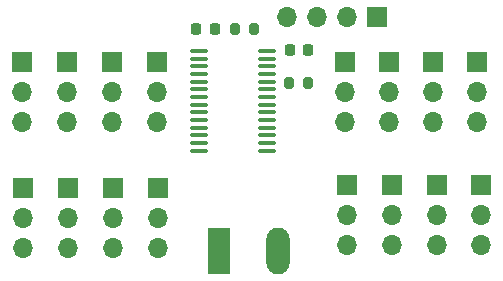
<source format=gbr>
%TF.GenerationSoftware,KiCad,Pcbnew,7.99.0-957-g18dd623122*%
%TF.CreationDate,2023-08-18T16:19:00-04:00*%
%TF.ProjectId,pca9685,70636139-3638-4352-9e6b-696361645f70,V1.0*%
%TF.SameCoordinates,Original*%
%TF.FileFunction,Soldermask,Top*%
%TF.FilePolarity,Negative*%
%FSLAX46Y46*%
G04 Gerber Fmt 4.6, Leading zero omitted, Abs format (unit mm)*
G04 Created by KiCad (PCBNEW 7.99.0-957-g18dd623122) date 2023-08-18 16:19:00*
%MOMM*%
%LPD*%
G01*
G04 APERTURE LIST*
G04 Aperture macros list*
%AMRoundRect*
0 Rectangle with rounded corners*
0 $1 Rounding radius*
0 $2 $3 $4 $5 $6 $7 $8 $9 X,Y pos of 4 corners*
0 Add a 4 corners polygon primitive as box body*
4,1,4,$2,$3,$4,$5,$6,$7,$8,$9,$2,$3,0*
0 Add four circle primitives for the rounded corners*
1,1,$1+$1,$2,$3*
1,1,$1+$1,$4,$5*
1,1,$1+$1,$6,$7*
1,1,$1+$1,$8,$9*
0 Add four rect primitives between the rounded corners*
20,1,$1+$1,$2,$3,$4,$5,0*
20,1,$1+$1,$4,$5,$6,$7,0*
20,1,$1+$1,$6,$7,$8,$9,0*
20,1,$1+$1,$8,$9,$2,$3,0*%
G04 Aperture macros list end*
%ADD10R,1.700000X1.700000*%
%ADD11O,1.700000X1.700000*%
%ADD12RoundRect,0.225000X0.225000X0.250000X-0.225000X0.250000X-0.225000X-0.250000X0.225000X-0.250000X0*%
%ADD13R,1.980000X3.960000*%
%ADD14O,1.980000X3.960000*%
%ADD15RoundRect,0.200000X0.200000X0.275000X-0.200000X0.275000X-0.200000X-0.275000X0.200000X-0.275000X0*%
%ADD16RoundRect,0.100000X-0.637500X-0.100000X0.637500X-0.100000X0.637500X0.100000X-0.637500X0.100000X0*%
%ADD17RoundRect,0.200000X-0.200000X-0.275000X0.200000X-0.275000X0.200000X0.275000X-0.200000X0.275000X0*%
%ADD18RoundRect,0.218750X-0.218750X-0.256250X0.218750X-0.256250X0.218750X0.256250X-0.218750X0.256250X0*%
G04 APERTURE END LIST*
D10*
%TO.C,J9*%
X148352934Y-105156000D03*
D11*
X148352934Y-107696000D03*
X148352934Y-110236000D03*
%TD*%
D10*
%TO.C,J8*%
X132317066Y-105410000D03*
D11*
X132317066Y-107950000D03*
X132317066Y-110490000D03*
%TD*%
D10*
%TO.C,J10*%
X152146000Y-105156000D03*
D11*
X152146000Y-107696000D03*
X152146000Y-110236000D03*
%TD*%
D12*
%TO.C,C1*%
X145047000Y-93726000D03*
X143497000Y-93726000D03*
%TD*%
D10*
%TO.C,J13*%
X159371058Y-94742000D03*
D11*
X159371058Y-97282000D03*
X159371058Y-99822000D03*
%TD*%
D10*
%TO.C,J16*%
X148152472Y-94742000D03*
D11*
X148152472Y-97282000D03*
X148152472Y-99822000D03*
%TD*%
D10*
%TO.C,J5*%
X120937868Y-105410000D03*
D11*
X120937868Y-107950000D03*
X120937868Y-110490000D03*
%TD*%
D10*
%TO.C,J1*%
X132296777Y-94757000D03*
D11*
X132296777Y-97297000D03*
X132296777Y-99837000D03*
%TD*%
D10*
%TO.C,J12*%
X159732132Y-105156000D03*
D11*
X159732132Y-107696000D03*
X159732132Y-110236000D03*
%TD*%
D13*
%TO.C,J18*%
X137494000Y-110744000D03*
D14*
X142494000Y-110744000D03*
%TD*%
D15*
%TO.C,R2*%
X140525000Y-91948000D03*
X138875000Y-91948000D03*
%TD*%
D16*
%TO.C,U1*%
X135821500Y-93819000D03*
X135821500Y-94469000D03*
X135821500Y-95119000D03*
X135821500Y-95769000D03*
X135821500Y-96419000D03*
X135821500Y-97069000D03*
X135821500Y-97719000D03*
X135821500Y-98369000D03*
X135821500Y-99019000D03*
X135821500Y-99669000D03*
X135821500Y-100319000D03*
X135821500Y-100969000D03*
X135821500Y-101619000D03*
X135821500Y-102269000D03*
X141546500Y-102269000D03*
X141546500Y-101619000D03*
X141546500Y-100969000D03*
X141546500Y-100319000D03*
X141546500Y-99669000D03*
X141546500Y-99019000D03*
X141546500Y-98369000D03*
X141546500Y-97719000D03*
X141546500Y-97069000D03*
X141546500Y-96419000D03*
X141546500Y-95769000D03*
X141546500Y-95119000D03*
X141546500Y-94469000D03*
X141546500Y-93819000D03*
%TD*%
D10*
%TO.C,J17*%
X150875999Y-90932000D03*
D11*
X148335999Y-90932000D03*
X145796000Y-90932000D03*
X143255999Y-90932000D03*
%TD*%
D10*
%TO.C,J14*%
X155631528Y-94742000D03*
D11*
X155631528Y-97282000D03*
X155631528Y-99822000D03*
%TD*%
D17*
%TO.C,R1*%
X143447000Y-96520000D03*
X145097000Y-96520000D03*
%TD*%
D10*
%TO.C,J11*%
X155939066Y-105156000D03*
D11*
X155939066Y-107696000D03*
X155939066Y-110236000D03*
%TD*%
D10*
%TO.C,J4*%
X120843498Y-94757000D03*
D11*
X120843498Y-97297000D03*
X120843498Y-99837000D03*
%TD*%
D10*
%TO.C,J6*%
X124730934Y-105410000D03*
D11*
X124730934Y-107950000D03*
X124730934Y-110490000D03*
%TD*%
D10*
%TO.C,J2*%
X128479016Y-94757000D03*
D11*
X128479016Y-97297000D03*
X128479016Y-99837000D03*
%TD*%
D10*
%TO.C,J15*%
X151892000Y-94742000D03*
D11*
X151892000Y-97282000D03*
X151892000Y-99822000D03*
%TD*%
D18*
%TO.C,D1*%
X135610499Y-91948000D03*
X137185501Y-91948000D03*
%TD*%
D10*
%TO.C,J3*%
X124661257Y-94757000D03*
D11*
X124661257Y-97297000D03*
X124661257Y-99837000D03*
%TD*%
D10*
%TO.C,J7*%
X128524000Y-105410000D03*
D11*
X128524000Y-107950000D03*
X128524000Y-110490000D03*
%TD*%
M02*

</source>
